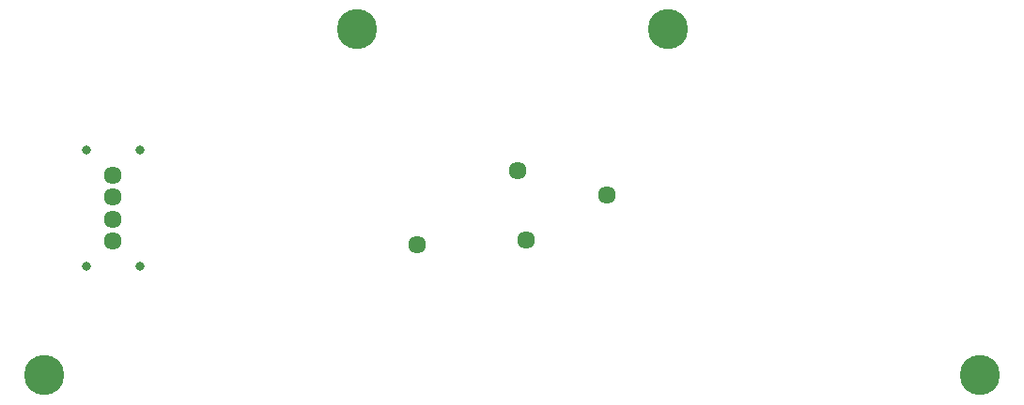
<source format=gbs>
G75*
G70*
%OFA0B0*%
%FSLAX24Y24*%
%IPPOS*%
%LPD*%
%AMOC8*
5,1,8,0,0,1.08239X$1,22.5*
%
%ADD10C,0.0635*%
%ADD11C,0.0316*%
%ADD12C,0.0634*%
%ADD13C,0.1425*%
D10*
X004454Y006528D03*
X004454Y007316D03*
X004454Y008103D03*
X004454Y008891D03*
D11*
X005389Y009776D03*
X003519Y009776D03*
X003519Y005643D03*
X005389Y005643D03*
D12*
X015249Y006410D03*
X019097Y006578D03*
X021981Y008162D03*
X018812Y009028D03*
D13*
X002016Y001765D03*
X013103Y014068D03*
X024127Y014068D03*
X035215Y001765D03*
M02*

</source>
